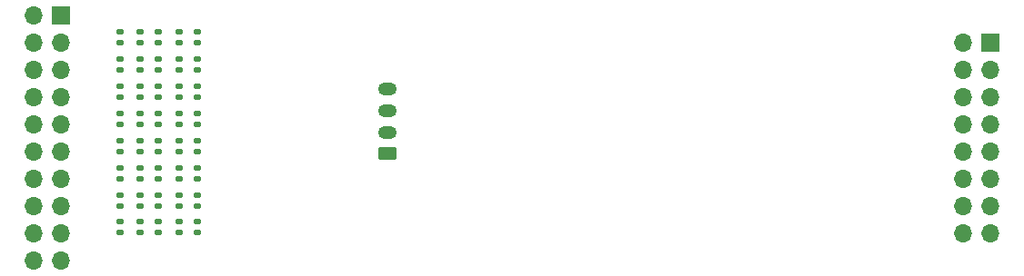
<source format=gbr>
%TF.GenerationSoftware,KiCad,Pcbnew,8.0.3*%
%TF.CreationDate,2025-07-14T16:29:20+02:00*%
%TF.ProjectId,ScxhrittmotorBoard,53637868-7269-4747-946d-6f746f72426f,rev?*%
%TF.SameCoordinates,Original*%
%TF.FileFunction,Soldermask,Bot*%
%TF.FilePolarity,Negative*%
%FSLAX46Y46*%
G04 Gerber Fmt 4.6, Leading zero omitted, Abs format (unit mm)*
G04 Created by KiCad (PCBNEW 8.0.3) date 2025-07-14 16:29:20*
%MOMM*%
%LPD*%
G01*
G04 APERTURE LIST*
G04 Aperture macros list*
%AMRoundRect*
0 Rectangle with rounded corners*
0 $1 Rounding radius*
0 $2 $3 $4 $5 $6 $7 $8 $9 X,Y pos of 4 corners*
0 Add a 4 corners polygon primitive as box body*
4,1,4,$2,$3,$4,$5,$6,$7,$8,$9,$2,$3,0*
0 Add four circle primitives for the rounded corners*
1,1,$1+$1,$2,$3*
1,1,$1+$1,$4,$5*
1,1,$1+$1,$6,$7*
1,1,$1+$1,$8,$9*
0 Add four rect primitives between the rounded corners*
20,1,$1+$1,$2,$3,$4,$5,0*
20,1,$1+$1,$4,$5,$6,$7,0*
20,1,$1+$1,$6,$7,$8,$9,0*
20,1,$1+$1,$8,$9,$2,$3,0*%
G04 Aperture macros list end*
%ADD10RoundRect,0.250000X0.625000X-0.350000X0.625000X0.350000X-0.625000X0.350000X-0.625000X-0.350000X0*%
%ADD11O,1.750000X1.200000*%
%ADD12RoundRect,0.135000X0.185000X-0.135000X0.185000X0.135000X-0.185000X0.135000X-0.185000X-0.135000X0*%
%ADD13R,1.700000X1.700000*%
%ADD14O,1.700000X1.700000*%
G04 APERTURE END LIST*
D10*
%TO.C,J1*%
X133907600Y-99713200D03*
D11*
X133907600Y-97713200D03*
X133907600Y-95713200D03*
X133907600Y-93713200D03*
%TD*%
D12*
%TO.C,R4*%
X116228527Y-99497546D03*
X116228527Y-98477546D03*
%TD*%
%TO.C,R10*%
X109040327Y-104577546D03*
X109040327Y-103557546D03*
%TD*%
%TO.C,R25*%
X112596327Y-107066746D03*
X112596327Y-106046746D03*
%TD*%
%TO.C,R22*%
X110919927Y-94417546D03*
X110919927Y-93397546D03*
%TD*%
%TO.C,R6*%
X116228527Y-94417546D03*
X116228527Y-93397546D03*
%TD*%
%TO.C,R1*%
X116228527Y-107066746D03*
X116228527Y-106046746D03*
%TD*%
%TO.C,R12*%
X109040327Y-99497546D03*
X109040327Y-98477546D03*
%TD*%
%TO.C,R2*%
X116228527Y-104577546D03*
X116228527Y-103557546D03*
%TD*%
%TO.C,R34*%
X114577527Y-104577546D03*
X114577527Y-103557546D03*
%TD*%
%TO.C,R15*%
X109040327Y-91877546D03*
X109040327Y-90857546D03*
%TD*%
%TO.C,R37*%
X114577527Y-96957546D03*
X114577527Y-95937546D03*
%TD*%
%TO.C,R21*%
X110919927Y-96957546D03*
X110919927Y-95937546D03*
%TD*%
%TO.C,R13*%
X109040327Y-96957546D03*
X109040327Y-95937546D03*
%TD*%
%TO.C,R29*%
X112596327Y-96957546D03*
X112596327Y-95937546D03*
%TD*%
%TO.C,R33*%
X114577527Y-107066746D03*
X114577527Y-106046746D03*
%TD*%
%TO.C,R9*%
X109040327Y-107066746D03*
X109040327Y-106046746D03*
%TD*%
%TO.C,R30*%
X112596327Y-94417546D03*
X112596327Y-93397546D03*
%TD*%
%TO.C,R17*%
X110919927Y-107066746D03*
X110919927Y-106046746D03*
%TD*%
%TO.C,R5*%
X116228527Y-96957546D03*
X116228527Y-95937546D03*
%TD*%
%TO.C,R27*%
X112596327Y-102037546D03*
X112596327Y-101017546D03*
%TD*%
%TO.C,R18*%
X110919927Y-104577546D03*
X110919927Y-103557546D03*
%TD*%
%TO.C,R39*%
X114577527Y-91877546D03*
X114577527Y-90857546D03*
%TD*%
%TO.C,R7*%
X116228527Y-91877546D03*
X116228527Y-90857546D03*
%TD*%
%TO.C,R35*%
X114577527Y-102037546D03*
X114577527Y-101017546D03*
%TD*%
D13*
%TO.C,J3*%
X190075546Y-89335546D03*
D14*
X187535546Y-89335546D03*
X190075546Y-91875546D03*
X187535546Y-91875546D03*
X190075546Y-94415546D03*
X187535546Y-94415546D03*
X190075546Y-96955546D03*
X187535546Y-96955546D03*
X190075546Y-99495546D03*
X187535546Y-99495546D03*
X190075546Y-102035546D03*
X187535546Y-102035546D03*
X190075546Y-104575546D03*
X187535546Y-104575546D03*
X190075546Y-107115546D03*
X187535546Y-107115546D03*
%TD*%
D12*
%TO.C,R11*%
X109040327Y-102037546D03*
X109040327Y-101017546D03*
%TD*%
%TO.C,R3*%
X116228527Y-102037546D03*
X116228527Y-101017546D03*
%TD*%
%TO.C,R40*%
X114577527Y-89337546D03*
X114577527Y-88317546D03*
%TD*%
%TO.C,R14*%
X109040327Y-94417546D03*
X109040327Y-93397546D03*
%TD*%
%TO.C,R20*%
X110919927Y-99497546D03*
X110919927Y-98477546D03*
%TD*%
%TO.C,R23*%
X110919927Y-91877546D03*
X110919927Y-90857546D03*
%TD*%
%TO.C,R24*%
X110919927Y-89337546D03*
X110919927Y-88317546D03*
%TD*%
%TO.C,R36*%
X114577527Y-99497546D03*
X114577527Y-98477546D03*
%TD*%
D13*
%TO.C,J2*%
X103535546Y-86795546D03*
D14*
X100995546Y-86795546D03*
X103535546Y-89335546D03*
X100995546Y-89335546D03*
X103535546Y-91875546D03*
X100995546Y-91875546D03*
X103535546Y-94415546D03*
X100995546Y-94415546D03*
X103535546Y-96955546D03*
X100995546Y-96955546D03*
X103535546Y-99495546D03*
X100995546Y-99495546D03*
X103535546Y-102035546D03*
X100995546Y-102035546D03*
X103535546Y-104575546D03*
X100995546Y-104575546D03*
X103535546Y-107115546D03*
X100995546Y-107115546D03*
X103535546Y-109655546D03*
X100995546Y-109655546D03*
%TD*%
D12*
%TO.C,R28*%
X112596327Y-99497546D03*
X112596327Y-98477546D03*
%TD*%
%TO.C,R31*%
X112596327Y-91877546D03*
X112596327Y-90857546D03*
%TD*%
%TO.C,R8*%
X116228527Y-89337546D03*
X116228527Y-88317546D03*
%TD*%
%TO.C,R16*%
X109040327Y-89337546D03*
X109040327Y-88317546D03*
%TD*%
%TO.C,R19*%
X110919927Y-102037546D03*
X110919927Y-101017546D03*
%TD*%
%TO.C,R26*%
X112596327Y-104577546D03*
X112596327Y-103557546D03*
%TD*%
%TO.C,R32*%
X112596327Y-89337546D03*
X112596327Y-88317546D03*
%TD*%
%TO.C,R38*%
X114577527Y-94417546D03*
X114577527Y-93397546D03*
%TD*%
M02*

</source>
